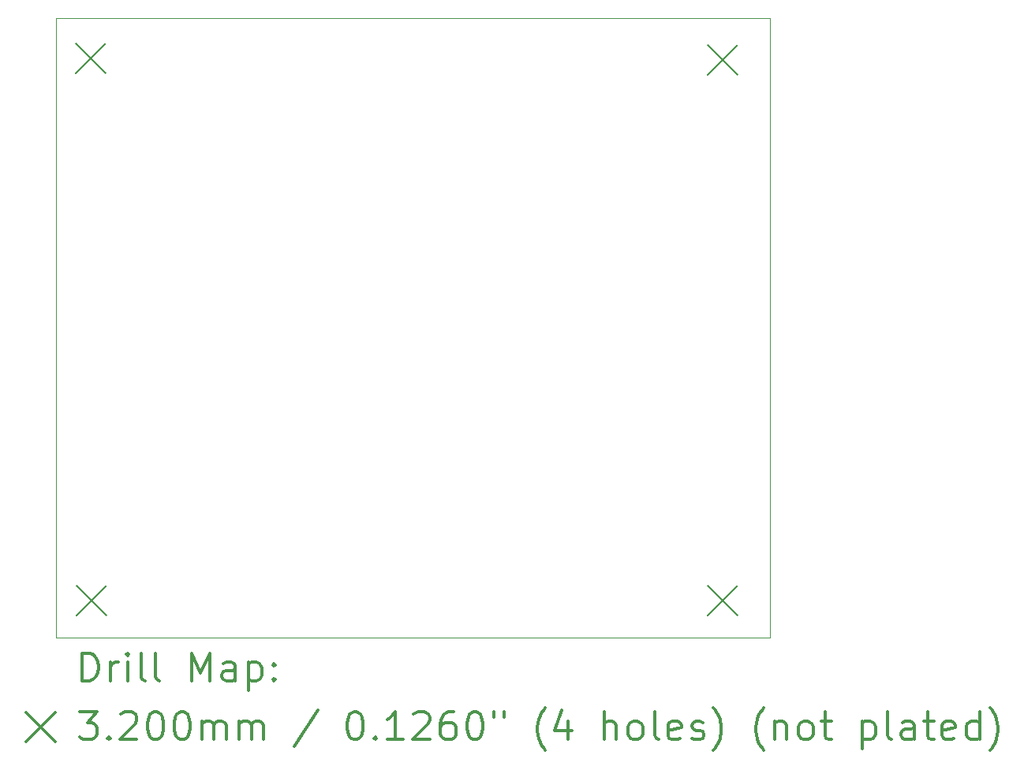
<source format=gbr>
%FSLAX45Y45*%
G04 Gerber Fmt 4.5, Leading zero omitted, Abs format (unit mm)*
G04 Created by KiCad (PCBNEW (5.1.10)-1) date 2022-05-23 16:09:33*
%MOMM*%
%LPD*%
G01*
G04 APERTURE LIST*
%TA.AperFunction,Profile*%
%ADD10C,0.050000*%
%TD*%
%ADD11C,0.200000*%
%ADD12C,0.300000*%
G04 APERTURE END LIST*
D10*
X3930650Y-2495550D02*
X3930650Y-2520950D01*
X11595100Y-2495550D02*
X3930650Y-2495550D01*
X3930650Y-2552700D02*
X3930650Y-2520950D01*
X3930650Y-9144000D02*
X3930650Y-2552700D01*
X11595100Y-9144000D02*
X3930650Y-9144000D01*
X11595100Y-2495550D02*
X11595100Y-9144000D01*
D11*
X4145300Y-2761000D02*
X4465300Y-3081000D01*
X4465300Y-2761000D02*
X4145300Y-3081000D01*
X4151650Y-8590300D02*
X4471650Y-8910300D01*
X4471650Y-8590300D02*
X4151650Y-8910300D01*
X10927100Y-2780050D02*
X11247100Y-3100050D01*
X11247100Y-2780050D02*
X10927100Y-3100050D01*
X10927100Y-8590300D02*
X11247100Y-8910300D01*
X11247100Y-8590300D02*
X10927100Y-8910300D01*
D12*
X4214578Y-9612214D02*
X4214578Y-9312214D01*
X4286007Y-9312214D01*
X4328864Y-9326500D01*
X4357436Y-9355072D01*
X4371721Y-9383643D01*
X4386007Y-9440786D01*
X4386007Y-9483643D01*
X4371721Y-9540786D01*
X4357436Y-9569357D01*
X4328864Y-9597929D01*
X4286007Y-9612214D01*
X4214578Y-9612214D01*
X4514578Y-9612214D02*
X4514578Y-9412214D01*
X4514578Y-9469357D02*
X4528864Y-9440786D01*
X4543150Y-9426500D01*
X4571721Y-9412214D01*
X4600293Y-9412214D01*
X4700293Y-9612214D02*
X4700293Y-9412214D01*
X4700293Y-9312214D02*
X4686007Y-9326500D01*
X4700293Y-9340786D01*
X4714578Y-9326500D01*
X4700293Y-9312214D01*
X4700293Y-9340786D01*
X4886007Y-9612214D02*
X4857436Y-9597929D01*
X4843150Y-9569357D01*
X4843150Y-9312214D01*
X5043150Y-9612214D02*
X5014578Y-9597929D01*
X5000293Y-9569357D01*
X5000293Y-9312214D01*
X5386007Y-9612214D02*
X5386007Y-9312214D01*
X5486007Y-9526500D01*
X5586007Y-9312214D01*
X5586007Y-9612214D01*
X5857436Y-9612214D02*
X5857436Y-9455072D01*
X5843150Y-9426500D01*
X5814578Y-9412214D01*
X5757436Y-9412214D01*
X5728864Y-9426500D01*
X5857436Y-9597929D02*
X5828864Y-9612214D01*
X5757436Y-9612214D01*
X5728864Y-9597929D01*
X5714578Y-9569357D01*
X5714578Y-9540786D01*
X5728864Y-9512214D01*
X5757436Y-9497929D01*
X5828864Y-9497929D01*
X5857436Y-9483643D01*
X6000293Y-9412214D02*
X6000293Y-9712214D01*
X6000293Y-9426500D02*
X6028864Y-9412214D01*
X6086007Y-9412214D01*
X6114578Y-9426500D01*
X6128864Y-9440786D01*
X6143150Y-9469357D01*
X6143150Y-9555072D01*
X6128864Y-9583643D01*
X6114578Y-9597929D01*
X6086007Y-9612214D01*
X6028864Y-9612214D01*
X6000293Y-9597929D01*
X6271721Y-9583643D02*
X6286007Y-9597929D01*
X6271721Y-9612214D01*
X6257436Y-9597929D01*
X6271721Y-9583643D01*
X6271721Y-9612214D01*
X6271721Y-9426500D02*
X6286007Y-9440786D01*
X6271721Y-9455072D01*
X6257436Y-9440786D01*
X6271721Y-9426500D01*
X6271721Y-9455072D01*
X3608150Y-9946500D02*
X3928150Y-10266500D01*
X3928150Y-9946500D02*
X3608150Y-10266500D01*
X4186007Y-9942214D02*
X4371721Y-9942214D01*
X4271721Y-10056500D01*
X4314578Y-10056500D01*
X4343150Y-10070786D01*
X4357436Y-10085072D01*
X4371721Y-10113643D01*
X4371721Y-10185072D01*
X4357436Y-10213643D01*
X4343150Y-10227929D01*
X4314578Y-10242214D01*
X4228864Y-10242214D01*
X4200293Y-10227929D01*
X4186007Y-10213643D01*
X4500293Y-10213643D02*
X4514578Y-10227929D01*
X4500293Y-10242214D01*
X4486007Y-10227929D01*
X4500293Y-10213643D01*
X4500293Y-10242214D01*
X4628864Y-9970786D02*
X4643150Y-9956500D01*
X4671721Y-9942214D01*
X4743150Y-9942214D01*
X4771721Y-9956500D01*
X4786007Y-9970786D01*
X4800293Y-9999357D01*
X4800293Y-10027929D01*
X4786007Y-10070786D01*
X4614578Y-10242214D01*
X4800293Y-10242214D01*
X4986007Y-9942214D02*
X5014578Y-9942214D01*
X5043150Y-9956500D01*
X5057436Y-9970786D01*
X5071721Y-9999357D01*
X5086007Y-10056500D01*
X5086007Y-10127929D01*
X5071721Y-10185072D01*
X5057436Y-10213643D01*
X5043150Y-10227929D01*
X5014578Y-10242214D01*
X4986007Y-10242214D01*
X4957436Y-10227929D01*
X4943150Y-10213643D01*
X4928864Y-10185072D01*
X4914578Y-10127929D01*
X4914578Y-10056500D01*
X4928864Y-9999357D01*
X4943150Y-9970786D01*
X4957436Y-9956500D01*
X4986007Y-9942214D01*
X5271721Y-9942214D02*
X5300293Y-9942214D01*
X5328864Y-9956500D01*
X5343150Y-9970786D01*
X5357436Y-9999357D01*
X5371721Y-10056500D01*
X5371721Y-10127929D01*
X5357436Y-10185072D01*
X5343150Y-10213643D01*
X5328864Y-10227929D01*
X5300293Y-10242214D01*
X5271721Y-10242214D01*
X5243150Y-10227929D01*
X5228864Y-10213643D01*
X5214578Y-10185072D01*
X5200293Y-10127929D01*
X5200293Y-10056500D01*
X5214578Y-9999357D01*
X5228864Y-9970786D01*
X5243150Y-9956500D01*
X5271721Y-9942214D01*
X5500293Y-10242214D02*
X5500293Y-10042214D01*
X5500293Y-10070786D02*
X5514578Y-10056500D01*
X5543150Y-10042214D01*
X5586007Y-10042214D01*
X5614578Y-10056500D01*
X5628864Y-10085072D01*
X5628864Y-10242214D01*
X5628864Y-10085072D02*
X5643150Y-10056500D01*
X5671721Y-10042214D01*
X5714578Y-10042214D01*
X5743150Y-10056500D01*
X5757436Y-10085072D01*
X5757436Y-10242214D01*
X5900293Y-10242214D02*
X5900293Y-10042214D01*
X5900293Y-10070786D02*
X5914578Y-10056500D01*
X5943150Y-10042214D01*
X5986007Y-10042214D01*
X6014578Y-10056500D01*
X6028864Y-10085072D01*
X6028864Y-10242214D01*
X6028864Y-10085072D02*
X6043150Y-10056500D01*
X6071721Y-10042214D01*
X6114578Y-10042214D01*
X6143150Y-10056500D01*
X6157436Y-10085072D01*
X6157436Y-10242214D01*
X6743150Y-9927929D02*
X6486007Y-10313643D01*
X7128864Y-9942214D02*
X7157436Y-9942214D01*
X7186007Y-9956500D01*
X7200293Y-9970786D01*
X7214578Y-9999357D01*
X7228864Y-10056500D01*
X7228864Y-10127929D01*
X7214578Y-10185072D01*
X7200293Y-10213643D01*
X7186007Y-10227929D01*
X7157436Y-10242214D01*
X7128864Y-10242214D01*
X7100293Y-10227929D01*
X7086007Y-10213643D01*
X7071721Y-10185072D01*
X7057436Y-10127929D01*
X7057436Y-10056500D01*
X7071721Y-9999357D01*
X7086007Y-9970786D01*
X7100293Y-9956500D01*
X7128864Y-9942214D01*
X7357436Y-10213643D02*
X7371721Y-10227929D01*
X7357436Y-10242214D01*
X7343150Y-10227929D01*
X7357436Y-10213643D01*
X7357436Y-10242214D01*
X7657436Y-10242214D02*
X7486007Y-10242214D01*
X7571721Y-10242214D02*
X7571721Y-9942214D01*
X7543150Y-9985072D01*
X7514578Y-10013643D01*
X7486007Y-10027929D01*
X7771721Y-9970786D02*
X7786007Y-9956500D01*
X7814578Y-9942214D01*
X7886007Y-9942214D01*
X7914578Y-9956500D01*
X7928864Y-9970786D01*
X7943150Y-9999357D01*
X7943150Y-10027929D01*
X7928864Y-10070786D01*
X7757436Y-10242214D01*
X7943150Y-10242214D01*
X8200293Y-9942214D02*
X8143150Y-9942214D01*
X8114578Y-9956500D01*
X8100293Y-9970786D01*
X8071721Y-10013643D01*
X8057436Y-10070786D01*
X8057436Y-10185072D01*
X8071721Y-10213643D01*
X8086007Y-10227929D01*
X8114578Y-10242214D01*
X8171721Y-10242214D01*
X8200293Y-10227929D01*
X8214578Y-10213643D01*
X8228864Y-10185072D01*
X8228864Y-10113643D01*
X8214578Y-10085072D01*
X8200293Y-10070786D01*
X8171721Y-10056500D01*
X8114578Y-10056500D01*
X8086007Y-10070786D01*
X8071721Y-10085072D01*
X8057436Y-10113643D01*
X8414578Y-9942214D02*
X8443150Y-9942214D01*
X8471721Y-9956500D01*
X8486007Y-9970786D01*
X8500293Y-9999357D01*
X8514578Y-10056500D01*
X8514578Y-10127929D01*
X8500293Y-10185072D01*
X8486007Y-10213643D01*
X8471721Y-10227929D01*
X8443150Y-10242214D01*
X8414578Y-10242214D01*
X8386007Y-10227929D01*
X8371721Y-10213643D01*
X8357436Y-10185072D01*
X8343150Y-10127929D01*
X8343150Y-10056500D01*
X8357436Y-9999357D01*
X8371721Y-9970786D01*
X8386007Y-9956500D01*
X8414578Y-9942214D01*
X8628864Y-9942214D02*
X8628864Y-9999357D01*
X8743150Y-9942214D02*
X8743150Y-9999357D01*
X9186007Y-10356500D02*
X9171721Y-10342214D01*
X9143150Y-10299357D01*
X9128864Y-10270786D01*
X9114578Y-10227929D01*
X9100293Y-10156500D01*
X9100293Y-10099357D01*
X9114578Y-10027929D01*
X9128864Y-9985072D01*
X9143150Y-9956500D01*
X9171721Y-9913643D01*
X9186007Y-9899357D01*
X9428864Y-10042214D02*
X9428864Y-10242214D01*
X9357436Y-9927929D02*
X9286007Y-10142214D01*
X9471721Y-10142214D01*
X9814578Y-10242214D02*
X9814578Y-9942214D01*
X9943150Y-10242214D02*
X9943150Y-10085072D01*
X9928864Y-10056500D01*
X9900293Y-10042214D01*
X9857436Y-10042214D01*
X9828864Y-10056500D01*
X9814578Y-10070786D01*
X10128864Y-10242214D02*
X10100293Y-10227929D01*
X10086007Y-10213643D01*
X10071721Y-10185072D01*
X10071721Y-10099357D01*
X10086007Y-10070786D01*
X10100293Y-10056500D01*
X10128864Y-10042214D01*
X10171721Y-10042214D01*
X10200293Y-10056500D01*
X10214578Y-10070786D01*
X10228864Y-10099357D01*
X10228864Y-10185072D01*
X10214578Y-10213643D01*
X10200293Y-10227929D01*
X10171721Y-10242214D01*
X10128864Y-10242214D01*
X10400293Y-10242214D02*
X10371721Y-10227929D01*
X10357436Y-10199357D01*
X10357436Y-9942214D01*
X10628864Y-10227929D02*
X10600293Y-10242214D01*
X10543150Y-10242214D01*
X10514578Y-10227929D01*
X10500293Y-10199357D01*
X10500293Y-10085072D01*
X10514578Y-10056500D01*
X10543150Y-10042214D01*
X10600293Y-10042214D01*
X10628864Y-10056500D01*
X10643150Y-10085072D01*
X10643150Y-10113643D01*
X10500293Y-10142214D01*
X10757436Y-10227929D02*
X10786007Y-10242214D01*
X10843150Y-10242214D01*
X10871721Y-10227929D01*
X10886007Y-10199357D01*
X10886007Y-10185072D01*
X10871721Y-10156500D01*
X10843150Y-10142214D01*
X10800293Y-10142214D01*
X10771721Y-10127929D01*
X10757436Y-10099357D01*
X10757436Y-10085072D01*
X10771721Y-10056500D01*
X10800293Y-10042214D01*
X10843150Y-10042214D01*
X10871721Y-10056500D01*
X10986007Y-10356500D02*
X11000293Y-10342214D01*
X11028864Y-10299357D01*
X11043150Y-10270786D01*
X11057436Y-10227929D01*
X11071721Y-10156500D01*
X11071721Y-10099357D01*
X11057436Y-10027929D01*
X11043150Y-9985072D01*
X11028864Y-9956500D01*
X11000293Y-9913643D01*
X10986007Y-9899357D01*
X11528864Y-10356500D02*
X11514578Y-10342214D01*
X11486007Y-10299357D01*
X11471721Y-10270786D01*
X11457436Y-10227929D01*
X11443150Y-10156500D01*
X11443150Y-10099357D01*
X11457436Y-10027929D01*
X11471721Y-9985072D01*
X11486007Y-9956500D01*
X11514578Y-9913643D01*
X11528864Y-9899357D01*
X11643150Y-10042214D02*
X11643150Y-10242214D01*
X11643150Y-10070786D02*
X11657436Y-10056500D01*
X11686007Y-10042214D01*
X11728864Y-10042214D01*
X11757436Y-10056500D01*
X11771721Y-10085072D01*
X11771721Y-10242214D01*
X11957436Y-10242214D02*
X11928864Y-10227929D01*
X11914578Y-10213643D01*
X11900293Y-10185072D01*
X11900293Y-10099357D01*
X11914578Y-10070786D01*
X11928864Y-10056500D01*
X11957436Y-10042214D01*
X12000293Y-10042214D01*
X12028864Y-10056500D01*
X12043150Y-10070786D01*
X12057436Y-10099357D01*
X12057436Y-10185072D01*
X12043150Y-10213643D01*
X12028864Y-10227929D01*
X12000293Y-10242214D01*
X11957436Y-10242214D01*
X12143150Y-10042214D02*
X12257436Y-10042214D01*
X12186007Y-9942214D02*
X12186007Y-10199357D01*
X12200293Y-10227929D01*
X12228864Y-10242214D01*
X12257436Y-10242214D01*
X12586007Y-10042214D02*
X12586007Y-10342214D01*
X12586007Y-10056500D02*
X12614578Y-10042214D01*
X12671721Y-10042214D01*
X12700293Y-10056500D01*
X12714578Y-10070786D01*
X12728864Y-10099357D01*
X12728864Y-10185072D01*
X12714578Y-10213643D01*
X12700293Y-10227929D01*
X12671721Y-10242214D01*
X12614578Y-10242214D01*
X12586007Y-10227929D01*
X12900293Y-10242214D02*
X12871721Y-10227929D01*
X12857436Y-10199357D01*
X12857436Y-9942214D01*
X13143150Y-10242214D02*
X13143150Y-10085072D01*
X13128864Y-10056500D01*
X13100293Y-10042214D01*
X13043150Y-10042214D01*
X13014578Y-10056500D01*
X13143150Y-10227929D02*
X13114578Y-10242214D01*
X13043150Y-10242214D01*
X13014578Y-10227929D01*
X13000293Y-10199357D01*
X13000293Y-10170786D01*
X13014578Y-10142214D01*
X13043150Y-10127929D01*
X13114578Y-10127929D01*
X13143150Y-10113643D01*
X13243150Y-10042214D02*
X13357436Y-10042214D01*
X13286007Y-9942214D02*
X13286007Y-10199357D01*
X13300293Y-10227929D01*
X13328864Y-10242214D01*
X13357436Y-10242214D01*
X13571721Y-10227929D02*
X13543150Y-10242214D01*
X13486007Y-10242214D01*
X13457436Y-10227929D01*
X13443150Y-10199357D01*
X13443150Y-10085072D01*
X13457436Y-10056500D01*
X13486007Y-10042214D01*
X13543150Y-10042214D01*
X13571721Y-10056500D01*
X13586007Y-10085072D01*
X13586007Y-10113643D01*
X13443150Y-10142214D01*
X13843150Y-10242214D02*
X13843150Y-9942214D01*
X13843150Y-10227929D02*
X13814578Y-10242214D01*
X13757436Y-10242214D01*
X13728864Y-10227929D01*
X13714578Y-10213643D01*
X13700293Y-10185072D01*
X13700293Y-10099357D01*
X13714578Y-10070786D01*
X13728864Y-10056500D01*
X13757436Y-10042214D01*
X13814578Y-10042214D01*
X13843150Y-10056500D01*
X13957436Y-10356500D02*
X13971721Y-10342214D01*
X14000293Y-10299357D01*
X14014578Y-10270786D01*
X14028864Y-10227929D01*
X14043150Y-10156500D01*
X14043150Y-10099357D01*
X14028864Y-10027929D01*
X14014578Y-9985072D01*
X14000293Y-9956500D01*
X13971721Y-9913643D01*
X13957436Y-9899357D01*
M02*

</source>
